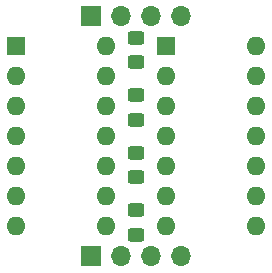
<source format=gbr>
%TF.GenerationSoftware,KiCad,Pcbnew,7.0.8-7.0.8~ubuntu23.04.1*%
%TF.CreationDate,2023-10-19T21:44:50+04:00*%
%TF.ProjectId,async_counter,6173796e-635f-4636-9f75-6e7465722e6b,rev?*%
%TF.SameCoordinates,Original*%
%TF.FileFunction,Soldermask,Top*%
%TF.FilePolarity,Negative*%
%FSLAX46Y46*%
G04 Gerber Fmt 4.6, Leading zero omitted, Abs format (unit mm)*
G04 Created by KiCad (PCBNEW 7.0.8-7.0.8~ubuntu23.04.1) date 2023-10-19 21:44:50*
%MOMM*%
%LPD*%
G01*
G04 APERTURE LIST*
G04 Aperture macros list*
%AMRoundRect*
0 Rectangle with rounded corners*
0 $1 Rounding radius*
0 $2 $3 $4 $5 $6 $7 $8 $9 X,Y pos of 4 corners*
0 Add a 4 corners polygon primitive as box body*
4,1,4,$2,$3,$4,$5,$6,$7,$8,$9,$2,$3,0*
0 Add four circle primitives for the rounded corners*
1,1,$1+$1,$2,$3*
1,1,$1+$1,$4,$5*
1,1,$1+$1,$6,$7*
1,1,$1+$1,$8,$9*
0 Add four rect primitives between the rounded corners*
20,1,$1+$1,$2,$3,$4,$5,0*
20,1,$1+$1,$4,$5,$6,$7,0*
20,1,$1+$1,$6,$7,$8,$9,0*
20,1,$1+$1,$8,$9,$2,$3,0*%
G04 Aperture macros list end*
%ADD10RoundRect,0.250000X0.450000X-0.325000X0.450000X0.325000X-0.450000X0.325000X-0.450000X-0.325000X0*%
%ADD11R,1.600000X1.600000*%
%ADD12O,1.600000X1.600000*%
%ADD13R,1.700000X1.700000*%
%ADD14O,1.700000X1.700000*%
G04 APERTURE END LIST*
D10*
%TO.C,D4*%
X185420000Y-85145000D03*
X185420000Y-83095000D03*
%TD*%
%TO.C,D2*%
X185420000Y-94881666D03*
X185420000Y-92831666D03*
%TD*%
%TO.C,D3*%
X185420000Y-90013333D03*
X185420000Y-87963333D03*
%TD*%
D11*
%TO.C,U1*%
X175260000Y-83820000D03*
D12*
X175260000Y-86360000D03*
X175260000Y-88900000D03*
X175260000Y-91440000D03*
X175260000Y-93980000D03*
X175260000Y-96520000D03*
X175260000Y-99060000D03*
X182880000Y-99060000D03*
X182880000Y-96520000D03*
X182880000Y-93980000D03*
X182880000Y-91440000D03*
X182880000Y-88900000D03*
X182880000Y-86360000D03*
X182880000Y-83820000D03*
%TD*%
D11*
%TO.C,U2*%
X187960000Y-83820000D03*
D12*
X187960000Y-86360000D03*
X187960000Y-88900000D03*
X187960000Y-91440000D03*
X187960000Y-93980000D03*
X187960000Y-96520000D03*
X187960000Y-99060000D03*
X195580000Y-99060000D03*
X195580000Y-96520000D03*
X195580000Y-93980000D03*
X195580000Y-91440000D03*
X195580000Y-88900000D03*
X195580000Y-86360000D03*
X195580000Y-83820000D03*
%TD*%
D10*
%TO.C,D1*%
X185420000Y-99750000D03*
X185420000Y-97700000D03*
%TD*%
D13*
%TO.C,J2*%
X181610000Y-101600000D03*
D14*
X184150000Y-101600000D03*
X186690000Y-101600000D03*
X189230000Y-101600000D03*
%TD*%
D13*
%TO.C,J1*%
X181610000Y-81280000D03*
D14*
X184150000Y-81280000D03*
X186690000Y-81280000D03*
X189230000Y-81280000D03*
%TD*%
M02*

</source>
